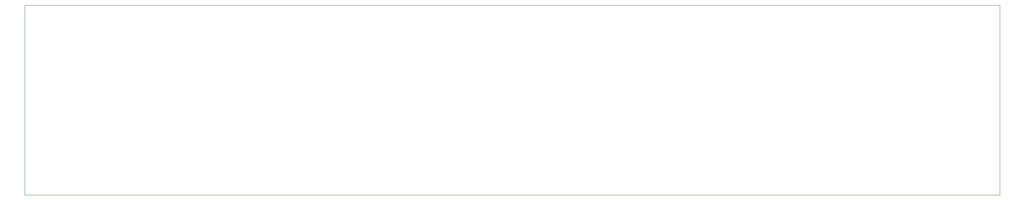
<source format=gbr>
G04 #@! TF.GenerationSoftware,KiCad,Pcbnew,(5.1.4)-1*
G04 #@! TF.CreationDate,2019-12-13T15:16:00+01:00*
G04 #@! TF.ProjectId,KRS-XL_CB6-9-12,4b52532d-584c-45f4-9342-362d392d3132,V01.00*
G04 #@! TF.SameCoordinates,Original*
G04 #@! TF.FileFunction,Profile,NP*
%FSLAX46Y46*%
G04 Gerber Fmt 4.6, Leading zero omitted, Abs format (unit mm)*
G04 Created by KiCad (PCBNEW (5.1.4)-1) date 2019-12-13 15:16:00*
%MOMM*%
%LPD*%
G04 APERTURE LIST*
%ADD10C,0.100000*%
G04 APERTURE END LIST*
D10*
X50000000Y-50000000D02*
X50000000Y-90600000D01*
X50000000Y-90600000D02*
X257500000Y-90600000D01*
X257500000Y-50000000D02*
X257500000Y-90600000D01*
X50000000Y-50000000D02*
X257500000Y-50000000D01*
M02*

</source>
